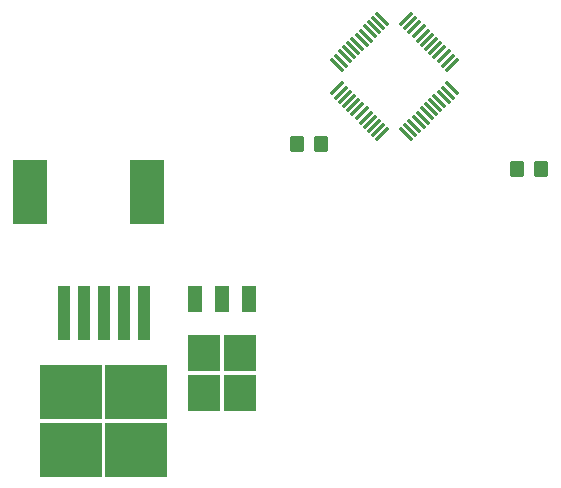
<source format=gbr>
%TF.GenerationSoftware,KiCad,Pcbnew,(6.0.7)*%
%TF.CreationDate,2022-08-02T16:10:14+02:00*%
%TF.ProjectId,school_meteo,7363686f-6f6c-45f6-9d65-74656f2e6b69,rev?*%
%TF.SameCoordinates,Original*%
%TF.FileFunction,Paste,Top*%
%TF.FilePolarity,Positive*%
%FSLAX46Y46*%
G04 Gerber Fmt 4.6, Leading zero omitted, Abs format (unit mm)*
G04 Created by KiCad (PCBNEW (6.0.7)) date 2022-08-02 16:10:14*
%MOMM*%
%LPD*%
G01*
G04 APERTURE LIST*
G04 Aperture macros list*
%AMRoundRect*
0 Rectangle with rounded corners*
0 $1 Rounding radius*
0 $2 $3 $4 $5 $6 $7 $8 $9 X,Y pos of 4 corners*
0 Add a 4 corners polygon primitive as box body*
4,1,4,$2,$3,$4,$5,$6,$7,$8,$9,$2,$3,0*
0 Add four circle primitives for the rounded corners*
1,1,$1+$1,$2,$3*
1,1,$1+$1,$4,$5*
1,1,$1+$1,$6,$7*
1,1,$1+$1,$8,$9*
0 Add four rect primitives between the rounded corners*
20,1,$1+$1,$2,$3,$4,$5,0*
20,1,$1+$1,$4,$5,$6,$7,0*
20,1,$1+$1,$6,$7,$8,$9,0*
20,1,$1+$1,$8,$9,$2,$3,0*%
G04 Aperture macros list end*
%ADD10RoundRect,0.250000X-0.350000X-0.450000X0.350000X-0.450000X0.350000X0.450000X-0.350000X0.450000X0*%
%ADD11R,2.900000X5.400000*%
%ADD12RoundRect,0.250000X0.350000X0.450000X-0.350000X0.450000X-0.350000X-0.450000X0.350000X-0.450000X0*%
%ADD13R,5.250000X4.550000*%
%ADD14R,1.100000X4.600000*%
%ADD15RoundRect,0.075000X0.521491X-0.415425X-0.415425X0.521491X-0.521491X0.415425X0.415425X-0.521491X0*%
%ADD16RoundRect,0.075000X0.521491X0.415425X0.415425X0.521491X-0.521491X-0.415425X-0.415425X-0.521491X0*%
%ADD17R,2.750000X3.050000*%
%ADD18R,1.200000X2.200000*%
G04 APERTURE END LIST*
D10*
%TO.C,FB1*%
X36800000Y29300000D03*
X38800000Y29300000D03*
%TD*%
D11*
%TO.C,L1*%
X24100000Y25250000D03*
X14200000Y25250000D03*
%TD*%
D12*
%TO.C,FB2*%
X57400000Y27200000D03*
X55400000Y27200000D03*
%TD*%
D13*
%TO.C,U3*%
X17625000Y8275000D03*
X23175000Y8275000D03*
X23175000Y3425000D03*
X17625000Y3425000D03*
D14*
X23800000Y15000000D03*
X22100000Y15000000D03*
X20400000Y15000000D03*
X18700000Y15000000D03*
X17000000Y15000000D03*
%TD*%
D15*
%TO.C,U2*%
X45998788Y30112124D03*
X46352342Y30465678D03*
X46705895Y30819231D03*
X47059449Y31172785D03*
X47413002Y31526338D03*
X47766555Y31879891D03*
X48120109Y32233445D03*
X48473662Y32586998D03*
X48827215Y32940551D03*
X49180769Y33294105D03*
X49534322Y33647658D03*
X49887876Y34001212D03*
D16*
X49887876Y35998788D03*
X49534322Y36352342D03*
X49180769Y36705895D03*
X48827215Y37059449D03*
X48473662Y37413002D03*
X48120109Y37766555D03*
X47766555Y38120109D03*
X47413002Y38473662D03*
X47059449Y38827215D03*
X46705895Y39180769D03*
X46352342Y39534322D03*
X45998788Y39887876D03*
D15*
X44001212Y39887876D03*
X43647658Y39534322D03*
X43294105Y39180769D03*
X42940551Y38827215D03*
X42586998Y38473662D03*
X42233445Y38120109D03*
X41879891Y37766555D03*
X41526338Y37413002D03*
X41172785Y37059449D03*
X40819231Y36705895D03*
X40465678Y36352342D03*
X40112124Y35998788D03*
D16*
X40112124Y34001212D03*
X40465678Y33647658D03*
X40819231Y33294105D03*
X41172785Y32940551D03*
X41526338Y32586998D03*
X41879891Y32233445D03*
X42233445Y31879891D03*
X42586998Y31526338D03*
X42940551Y31172785D03*
X43294105Y30819231D03*
X43647658Y30465678D03*
X44001212Y30112124D03*
%TD*%
D17*
%TO.C,D1*%
X28875000Y11575000D03*
X28875000Y8225000D03*
X31925000Y8225000D03*
X31925000Y11575000D03*
D18*
X32680000Y16200000D03*
X30400000Y16200000D03*
X28120000Y16200000D03*
%TD*%
M02*

</source>
